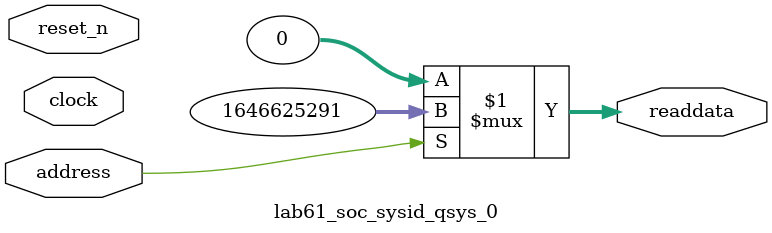
<source format=v>



// synthesis translate_off
`timescale 1ns / 1ps
// synthesis translate_on

// turn off superfluous verilog processor warnings 
// altera message_level Level1 
// altera message_off 10034 10035 10036 10037 10230 10240 10030 

module lab61_soc_sysid_qsys_0 (
               // inputs:
                address,
                clock,
                reset_n,

               // outputs:
                readdata
             )
;

  output  [ 31: 0] readdata;
  input            address;
  input            clock;
  input            reset_n;

  wire    [ 31: 0] readdata;
  //control_slave, which is an e_avalon_slave
  assign readdata = address ? 1646625291 : 0;

endmodule



</source>
